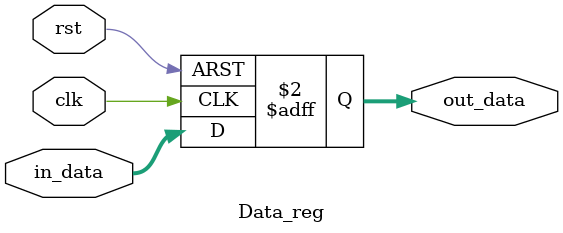
<source format=v>
`timescale 1ns / 1ps

module Data_reg (
    input clk,
    input rst,
    input [31:0] in_data,
    output reg [31:0] out_data
);

  always @(posedge clk or posedge rst) begin
    if (rst)
      out_data <= 32'd0;
    else
      out_data <= in_data;
  end

endmodule
</source>
